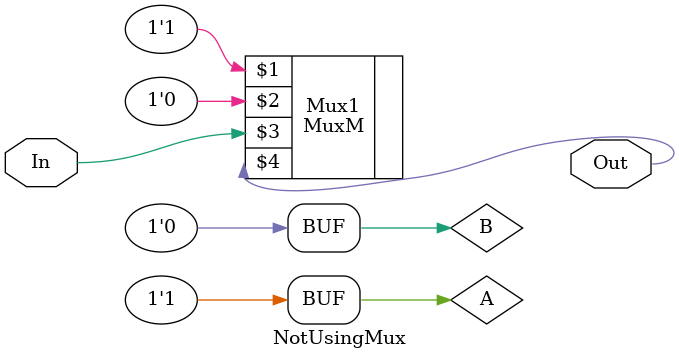
<source format=v>
`timescale 1ns / 1ps
module NotUsingMux(input In, output Out
    );
	parameter M1 = 0;
	defparam Mux1.M = M1;
	wire A = 1;
	wire B = 0;
	MuxM Mux1(A, B, In, Out);

endmodule

</source>
